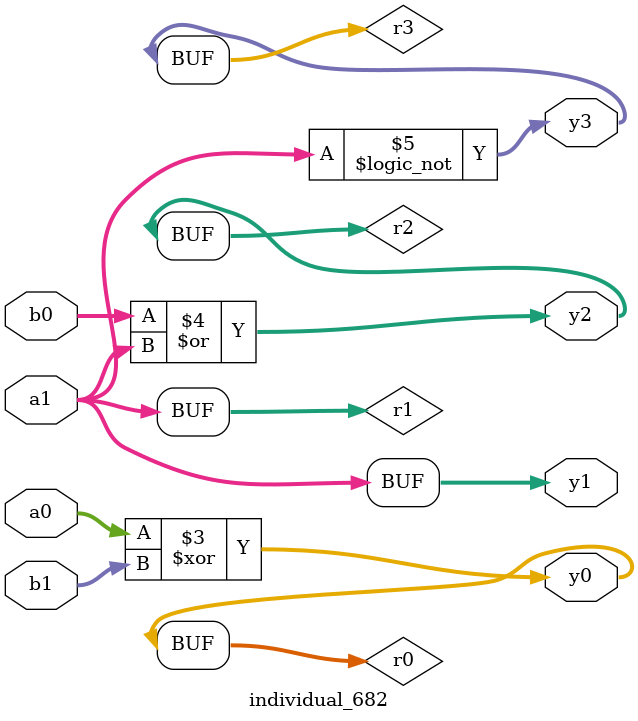
<source format=sv>
module individual_682(input logic [15:0] a1, input logic [15:0] a0, input logic [15:0] b1, input logic [15:0] b0, output logic [15:0] y3, output logic [15:0] y2, output logic [15:0] y1, output logic [15:0] y0);
logic [15:0] r0, r1, r2, r3;  always@(*) begin 	 r0 = a0; r1 = a1; r2 = b0; r3 = b1;  	 r3  |=  a1 ; 	 r0  ^=  b1 ; 	 r2  |=  r1 ; 	 r3 = ! r1 ; 	 y3 = r3; y2 = r2; y1 = r1; y0 = r0; end
endmodule
</source>
